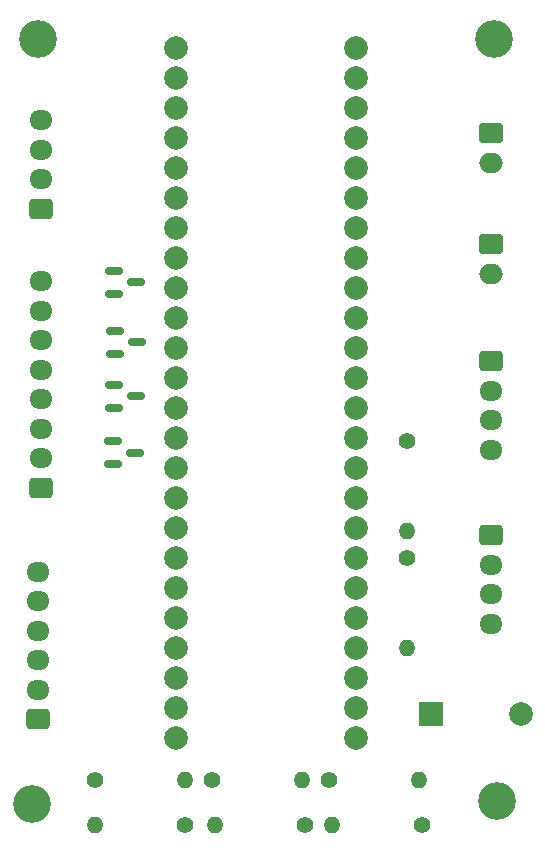
<source format=gbr>
%TF.GenerationSoftware,KiCad,Pcbnew,8.0.2-1*%
%TF.CreationDate,2024-09-30T15:02:25-04:00*%
%TF.ProjectId,Airbrake_ComputeBoard,41697262-7261-46b6-955f-436f6d707574,rev?*%
%TF.SameCoordinates,Original*%
%TF.FileFunction,Soldermask,Top*%
%TF.FilePolarity,Negative*%
%FSLAX46Y46*%
G04 Gerber Fmt 4.6, Leading zero omitted, Abs format (unit mm)*
G04 Created by KiCad (PCBNEW 8.0.2-1) date 2024-09-30 15:02:25*
%MOMM*%
%LPD*%
G01*
G04 APERTURE LIST*
G04 Aperture macros list*
%AMRoundRect*
0 Rectangle with rounded corners*
0 $1 Rounding radius*
0 $2 $3 $4 $5 $6 $7 $8 $9 X,Y pos of 4 corners*
0 Add a 4 corners polygon primitive as box body*
4,1,4,$2,$3,$4,$5,$6,$7,$8,$9,$2,$3,0*
0 Add four circle primitives for the rounded corners*
1,1,$1+$1,$2,$3*
1,1,$1+$1,$4,$5*
1,1,$1+$1,$6,$7*
1,1,$1+$1,$8,$9*
0 Add four rect primitives between the rounded corners*
20,1,$1+$1,$2,$3,$4,$5,0*
20,1,$1+$1,$4,$5,$6,$7,0*
20,1,$1+$1,$6,$7,$8,$9,0*
20,1,$1+$1,$8,$9,$2,$3,0*%
G04 Aperture macros list end*
%ADD10C,3.200000*%
%ADD11RoundRect,0.250000X0.725000X-0.600000X0.725000X0.600000X-0.725000X0.600000X-0.725000X-0.600000X0*%
%ADD12O,1.950000X1.700000*%
%ADD13C,2.000000*%
%ADD14R,2.000000X2.000000*%
%ADD15RoundRect,0.250000X-0.750000X0.600000X-0.750000X-0.600000X0.750000X-0.600000X0.750000X0.600000X0*%
%ADD16O,2.000000X1.700000*%
%ADD17RoundRect,0.250000X-0.725000X0.600000X-0.725000X-0.600000X0.725000X-0.600000X0.725000X0.600000X0*%
%ADD18C,1.400000*%
%ADD19O,1.400000X1.400000*%
%ADD20RoundRect,0.150000X-0.587500X-0.150000X0.587500X-0.150000X0.587500X0.150000X-0.587500X0.150000X0*%
G04 APERTURE END LIST*
D10*
%TO.C,H3*%
X138430000Y-132334000D03*
%TD*%
D11*
%TO.C,BlueRaven1*%
X139192000Y-81922000D03*
D12*
X139192000Y-79422000D03*
X139192000Y-76922000D03*
X139192000Y-74422000D03*
%TD*%
D13*
%TO.C,Teensy4.1*%
X150622000Y-68326000D03*
X150622000Y-70866000D03*
X150622000Y-73406000D03*
X150622000Y-75946000D03*
X150622000Y-78486000D03*
X150622000Y-81026000D03*
X150622000Y-83566000D03*
X150622000Y-86106000D03*
X150622000Y-88646000D03*
X150622000Y-91186000D03*
X150622000Y-93726000D03*
X150622000Y-96266000D03*
X150622000Y-98806000D03*
X150622000Y-101346000D03*
X150622000Y-103886000D03*
X150622000Y-106426000D03*
X150622000Y-108966000D03*
X150622000Y-111506000D03*
X150622000Y-114046000D03*
X150622000Y-116586000D03*
X150622000Y-119126000D03*
X150622000Y-121666000D03*
X150622000Y-124206000D03*
X150622000Y-126746000D03*
X165862000Y-126746000D03*
X165862000Y-124206000D03*
X165862000Y-121666000D03*
X165862000Y-119126000D03*
X165862000Y-116586000D03*
X165862000Y-114046000D03*
X165862000Y-111506000D03*
X165862000Y-108966000D03*
X165862000Y-106426000D03*
X165862000Y-103886000D03*
X165862000Y-101346000D03*
X165862000Y-98806000D03*
X165862000Y-96266000D03*
X165862000Y-93726000D03*
X165862000Y-91186000D03*
X165862000Y-88646000D03*
X165862000Y-86106000D03*
X165862000Y-83566000D03*
X165862000Y-81026000D03*
X165862000Y-78486000D03*
X165862000Y-75946000D03*
X165862000Y-73406000D03*
X165862000Y-70866000D03*
X165862000Y-68326000D03*
%TD*%
D14*
%TO.C,BZ1*%
X172212000Y-124714000D03*
D13*
X179812000Y-124714000D03*
%TD*%
D11*
%TO.C,VN-100-1*%
X138921000Y-125122000D03*
D12*
X138921000Y-122622000D03*
X138921000Y-120122000D03*
X138921000Y-117622000D03*
X138921000Y-115122000D03*
X138921000Y-112622000D03*
%TD*%
D15*
%TO.C,PowerSwitch1*%
X177292000Y-84916000D03*
D16*
X177292000Y-87416000D03*
%TD*%
D17*
%TO.C,SensorBoard1*%
X177292000Y-94822000D03*
D12*
X177292000Y-97322000D03*
X177292000Y-99822000D03*
X177292000Y-102322000D03*
%TD*%
D10*
%TO.C,H1*%
X138938000Y-67564000D03*
%TD*%
D18*
%TO.C,R1*%
X143764000Y-130302000D03*
D19*
X151384000Y-130302000D03*
%TD*%
D10*
%TO.C,H4*%
X177800000Y-132080000D03*
%TD*%
D20*
%TO.C,Q4*%
X145366500Y-89088000D03*
X147241500Y-88138000D03*
X145366500Y-87188000D03*
%TD*%
D17*
%TO.C,MotorEncoder1*%
X177292000Y-109554000D03*
D12*
X177292000Y-112054000D03*
X177292000Y-114554000D03*
X177292000Y-117054000D03*
%TD*%
D18*
%TO.C,R7*%
X170180000Y-101600000D03*
D19*
X170180000Y-109220000D03*
%TD*%
D20*
%TO.C,Q3*%
X145445000Y-94168000D03*
X147320000Y-93218000D03*
X145445000Y-92268000D03*
%TD*%
D18*
%TO.C,R4*%
X161544000Y-134112000D03*
D19*
X153924000Y-134112000D03*
%TD*%
D18*
%TO.C,R8*%
X170180000Y-111506000D03*
D19*
X170180000Y-119126000D03*
%TD*%
D11*
%TO.C,MotoDriver1*%
X139175000Y-105524000D03*
D12*
X139175000Y-103024000D03*
X139175000Y-100524000D03*
X139175000Y-98024000D03*
X139175000Y-95524000D03*
X139175000Y-93024000D03*
X139175000Y-90524000D03*
X139175000Y-88024000D03*
%TD*%
D18*
%TO.C,R6*%
X171450000Y-134112000D03*
D19*
X163830000Y-134112000D03*
%TD*%
D20*
%TO.C,Q1*%
X145288000Y-103500000D03*
X147163000Y-102550000D03*
X145288000Y-101600000D03*
%TD*%
D18*
%TO.C,R2*%
X151384000Y-134112000D03*
D19*
X143764000Y-134112000D03*
%TD*%
D18*
%TO.C,R5*%
X163576000Y-130302000D03*
D19*
X171196000Y-130302000D03*
%TD*%
D15*
%TO.C,Battery1*%
X177292000Y-75518000D03*
D16*
X177292000Y-78018000D03*
%TD*%
D18*
%TO.C,R3*%
X153670000Y-130302000D03*
D19*
X161290000Y-130302000D03*
%TD*%
D10*
%TO.C,H2*%
X177546000Y-67564000D03*
%TD*%
D20*
%TO.C,Q2*%
X145366500Y-98740000D03*
X147241500Y-97790000D03*
X145366500Y-96840000D03*
%TD*%
M02*

</source>
